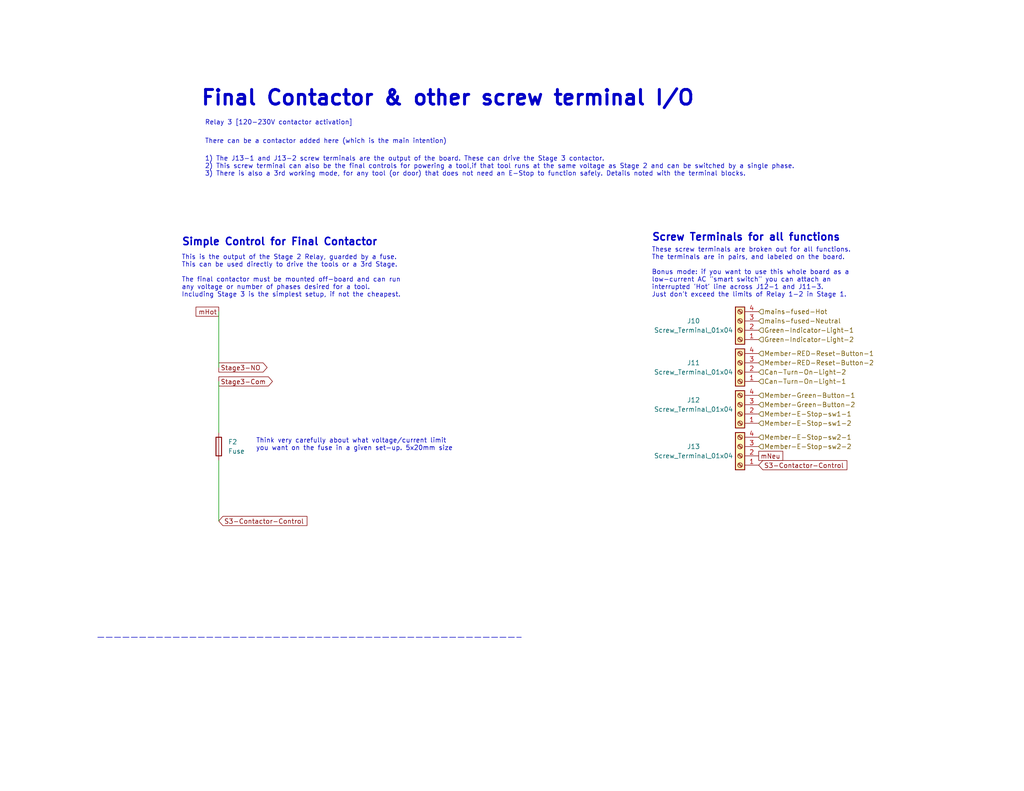
<source format=kicad_sch>
(kicad_sch (version 20211123) (generator eeschema)

  (uuid f107a0cf-a8d8-47fc-ac40-10f56ddf91ef)

  (paper "USLetter")

  (title_block
    (date "2022-07")
    (rev "v1")
    (company "MakeHaven - non-profit makerspace & Fab Lab in New Haven, CT, USA")
  )

  (lib_symbols
    (symbol "Connector:Screw_Terminal_01x04" (pin_names (offset 1.016) hide) (in_bom yes) (on_board yes)
      (property "Reference" "J" (id 0) (at 0 5.08 0)
        (effects (font (size 1.27 1.27)))
      )
      (property "Value" "Screw_Terminal_01x04" (id 1) (at 0 -7.62 0)
        (effects (font (size 1.27 1.27)))
      )
      (property "Footprint" "" (id 2) (at 0 0 0)
        (effects (font (size 1.27 1.27)) hide)
      )
      (property "Datasheet" "~" (id 3) (at 0 0 0)
        (effects (font (size 1.27 1.27)) hide)
      )
      (property "ki_keywords" "screw terminal" (id 4) (at 0 0 0)
        (effects (font (size 1.27 1.27)) hide)
      )
      (property "ki_description" "Generic screw terminal, single row, 01x04, script generated (kicad-library-utils/schlib/autogen/connector/)" (id 5) (at 0 0 0)
        (effects (font (size 1.27 1.27)) hide)
      )
      (property "ki_fp_filters" "TerminalBlock*:*" (id 6) (at 0 0 0)
        (effects (font (size 1.27 1.27)) hide)
      )
      (symbol "Screw_Terminal_01x04_1_1"
        (rectangle (start -1.27 3.81) (end 1.27 -6.35)
          (stroke (width 0.254) (type default) (color 0 0 0 0))
          (fill (type background))
        )
        (circle (center 0 -5.08) (radius 0.635)
          (stroke (width 0.1524) (type default) (color 0 0 0 0))
          (fill (type none))
        )
        (circle (center 0 -2.54) (radius 0.635)
          (stroke (width 0.1524) (type default) (color 0 0 0 0))
          (fill (type none))
        )
        (polyline
          (pts
            (xy -0.5334 -4.7498)
            (xy 0.3302 -5.588)
          )
          (stroke (width 0.1524) (type default) (color 0 0 0 0))
          (fill (type none))
        )
        (polyline
          (pts
            (xy -0.5334 -2.2098)
            (xy 0.3302 -3.048)
          )
          (stroke (width 0.1524) (type default) (color 0 0 0 0))
          (fill (type none))
        )
        (polyline
          (pts
            (xy -0.5334 0.3302)
            (xy 0.3302 -0.508)
          )
          (stroke (width 0.1524) (type default) (color 0 0 0 0))
          (fill (type none))
        )
        (polyline
          (pts
            (xy -0.5334 2.8702)
            (xy 0.3302 2.032)
          )
          (stroke (width 0.1524) (type default) (color 0 0 0 0))
          (fill (type none))
        )
        (polyline
          (pts
            (xy -0.3556 -4.572)
            (xy 0.508 -5.4102)
          )
          (stroke (width 0.1524) (type default) (color 0 0 0 0))
          (fill (type none))
        )
        (polyline
          (pts
            (xy -0.3556 -2.032)
            (xy 0.508 -2.8702)
          )
          (stroke (width 0.1524) (type default) (color 0 0 0 0))
          (fill (type none))
        )
        (polyline
          (pts
            (xy -0.3556 0.508)
            (xy 0.508 -0.3302)
          )
          (stroke (width 0.1524) (type default) (color 0 0 0 0))
          (fill (type none))
        )
        (polyline
          (pts
            (xy -0.3556 3.048)
            (xy 0.508 2.2098)
          )
          (stroke (width 0.1524) (type default) (color 0 0 0 0))
          (fill (type none))
        )
        (circle (center 0 0) (radius 0.635)
          (stroke (width 0.1524) (type default) (color 0 0 0 0))
          (fill (type none))
        )
        (circle (center 0 2.54) (radius 0.635)
          (stroke (width 0.1524) (type default) (color 0 0 0 0))
          (fill (type none))
        )
        (pin passive line (at -5.08 2.54 0) (length 3.81)
          (name "Pin_1" (effects (font (size 1.27 1.27))))
          (number "1" (effects (font (size 1.27 1.27))))
        )
        (pin passive line (at -5.08 0 0) (length 3.81)
          (name "Pin_2" (effects (font (size 1.27 1.27))))
          (number "2" (effects (font (size 1.27 1.27))))
        )
        (pin passive line (at -5.08 -2.54 0) (length 3.81)
          (name "Pin_3" (effects (font (size 1.27 1.27))))
          (number "3" (effects (font (size 1.27 1.27))))
        )
        (pin passive line (at -5.08 -5.08 0) (length 3.81)
          (name "Pin_4" (effects (font (size 1.27 1.27))))
          (number "4" (effects (font (size 1.27 1.27))))
        )
      )
    )
    (symbol "Device:Fuse" (pin_numbers hide) (pin_names (offset 0)) (in_bom yes) (on_board yes)
      (property "Reference" "F" (id 0) (at 2.032 0 90)
        (effects (font (size 1.27 1.27)))
      )
      (property "Value" "Fuse" (id 1) (at -1.905 0 90)
        (effects (font (size 1.27 1.27)))
      )
      (property "Footprint" "" (id 2) (at -1.778 0 90)
        (effects (font (size 1.27 1.27)) hide)
      )
      (property "Datasheet" "~" (id 3) (at 0 0 0)
        (effects (font (size 1.27 1.27)) hide)
      )
      (property "ki_keywords" "fuse" (id 4) (at 0 0 0)
        (effects (font (size 1.27 1.27)) hide)
      )
      (property "ki_description" "Fuse" (id 5) (at 0 0 0)
        (effects (font (size 1.27 1.27)) hide)
      )
      (property "ki_fp_filters" "*Fuse*" (id 6) (at 0 0 0)
        (effects (font (size 1.27 1.27)) hide)
      )
      (symbol "Fuse_0_1"
        (rectangle (start -0.762 -2.54) (end 0.762 2.54)
          (stroke (width 0.254) (type default) (color 0 0 0 0))
          (fill (type none))
        )
        (polyline
          (pts
            (xy 0 2.54)
            (xy 0 -2.54)
          )
          (stroke (width 0) (type default) (color 0 0 0 0))
          (fill (type none))
        )
      )
      (symbol "Fuse_1_1"
        (pin passive line (at 0 3.81 270) (length 1.27)
          (name "~" (effects (font (size 1.27 1.27))))
          (number "1" (effects (font (size 1.27 1.27))))
        )
        (pin passive line (at 0 -3.81 90) (length 1.27)
          (name "~" (effects (font (size 1.27 1.27))))
          (number "2" (effects (font (size 1.27 1.27))))
        )
      )
    )
  )


  (wire (pts (xy 59.69 104.14) (xy 59.69 118.11))
    (stroke (width 0) (type default) (color 0 0 0 0))
    (uuid 51b7e626-172c-4315-bee6-bf19d935f432)
  )
  (polyline (pts (xy 26.67 173.99) (xy 142.24 173.99))
    (stroke (width 0) (type default) (color 0 0 0 0))
    (uuid b4e99af7-2c77-426c-b169-7a448097800f)
  )

  (wire (pts (xy 59.69 125.73) (xy 59.69 142.24))
    (stroke (width 0) (type default) (color 0 0 0 0))
    (uuid e963b1b4-ea09-4acc-9ece-bb32f450db58)
  )
  (wire (pts (xy 59.69 85.09) (xy 59.69 100.33))
    (stroke (width 0) (type default) (color 0 0 0 0))
    (uuid fb6f8821-f186-4516-8577-190a090c53a8)
  )

  (text "Final Contactor & other screw terminal I/O" (at 54.61 29.21 0)
    (effects (font (size 4 4) (thickness 0.8) bold) (justify left bottom))
    (uuid 04ed772c-751e-4c0a-a350-3f1626e5dadd)
  )
  (text "Screw Terminals for all functions" (at 177.8 66.04 0)
    (effects (font (size 2 2) (thickness 0.4) bold) (justify left bottom))
    (uuid 0c8fed00-7381-4df6-9e38-03a0312fc45f)
  )
  (text "Relay 3 [120-230V contactor activation]" (at 55.88 34.29 0)
    (effects (font (size 1.27 1.27)) (justify left bottom))
    (uuid 23020ddd-913f-47c5-9f64-f56b0206542c)
  )
  (text "These screw terminals are broken out for all functions.\nThe terminals are in pairs, and labeled on the board. \n\nBonus mode: if you want to use this whole board as a \nlow-current AC \"smart switch\" you can attach an \ninterrupted 'Hot' line across J12-1 and J11-3. \nJust don't exceed the limits of Relay 1-2 in Stage 1."
    (at 177.8 81.28 0)
    (effects (font (size 1.27 1.27)) (justify left bottom))
    (uuid 74c408c6-a824-490a-8e9d-7b296c1e6b78)
  )
  (text "Simple Control for Final Contactor\n" (at 49.53 67.31 0)
    (effects (font (size 2 2) (thickness 0.4) bold) (justify left bottom))
    (uuid 9c327a2f-5a3a-4c24-8376-5361dc3116a5)
  )
  (text "1) The J13-1 and J13-2 screw terminals are the output of the board. These can drive the Stage 3 contactor.\n2) This screw terminal can also be the final controls for powering a tool,if that tool runs at the same voltage as Stage 2 and can be switched by a single phase.\n3) There is also a 3rd working mode, for any tool (or door) that does not need an E-Stop to function safely. Details noted with the terminal blocks. "
    (at 55.88 48.26 0)
    (effects (font (size 1.27 1.27)) (justify left bottom))
    (uuid 9c60b22b-1b89-467b-9767-d2acb0a22dac)
  )
  (text "Think very carefully about what voltage/current limit \nyou want on the fuse in a given set-up. 5x20mm size"
    (at 69.85 123.19 0)
    (effects (font (size 1.27 1.27)) (justify left bottom))
    (uuid a7a216e5-1a15-45cb-acee-0bb71516906b)
  )
  (text "This is the output of the Stage 2 Relay, guarded by a fuse.\nThis can be used directly to drive the tools or a 3rd Stage.\n\nThe final contactor must be mounted off-board and can run \nany voltage or number of phases desired for a tool. \nIncluding Stage 3 is the simplest setup, if not the cheapest. "
    (at 49.53 81.28 0)
    (effects (font (size 1.27 1.27)) (justify left bottom))
    (uuid b39bbfbb-e158-4a2d-ae66-0b1b52b2c118)
  )
  (text "There can be a contactor added here (which is the main intention)"
    (at 55.88 39.37 0)
    (effects (font (size 1.27 1.27)) (justify left bottom))
    (uuid de627f0c-18e4-4caf-9de4-d70d88ca6a49)
  )

  (global_label "Stage3-Com" (shape output) (at 59.69 104.14 0) (fields_autoplaced)
    (effects (font (size 1.27 1.27)) (justify left))
    (uuid 2aa3ff4f-84dc-49bc-a049-afdc67dd2b69)
    (property "Intersheet References" "${INTERSHEET_REFS}" (id 0) (at 74.3193 104.0606 0)
      (effects (font (size 1.27 1.27)) (justify left) hide)
    )
  )
  (global_label "mHot" (shape passive) (at 59.69 85.09 180) (fields_autoplaced)
    (effects (font (size 1.27 1.27)) (justify right))
    (uuid b37d147e-344e-493e-b4e0-8642c3163705)
    (property "Intersheet References" "${INTERSHEET_REFS}" (id 0) (at 52.3783 85.0106 0)
      (effects (font (size 1.27 1.27)) (justify right) hide)
    )
  )
  (global_label "mNeu" (shape passive) (at 207.01 124.46 0) (fields_autoplaced)
    (effects (font (size 1.27 1.27)) (justify left))
    (uuid ccd9795d-5559-445b-ac84-11da07ed15f0)
    (property "Intersheet References" "${INTERSHEET_REFS}" (id 0) (at 214.6845 124.5394 0)
      (effects (font (size 1.27 1.27)) (justify left) hide)
    )
  )
  (global_label "Stage3-NO" (shape output) (at 59.69 100.33 0) (fields_autoplaced)
    (effects (font (size 1.27 1.27)) (justify left))
    (uuid de831546-86ad-4d1b-bdae-ac9c5da36ddb)
    (property "Intersheet References" "${INTERSHEET_REFS}" (id 0) (at 72.8679 100.2506 0)
      (effects (font (size 1.27 1.27)) (justify left) hide)
    )
  )
  (global_label "S3-Contactor-Control" (shape input) (at 59.69 142.24 0) (fields_autoplaced)
    (effects (font (size 1.27 1.27)) (justify left))
    (uuid e8effd80-bf9c-4353-9ead-930253e2dbd0)
    (property "Intersheet References" "${INTERSHEET_REFS}" (id 0) (at 83.7536 142.1606 0)
      (effects (font (size 1.27 1.27)) (justify left) hide)
    )
  )
  (global_label "S3-Contactor-Control" (shape input) (at 207.01 127 0) (fields_autoplaced)
    (effects (font (size 1.27 1.27)) (justify left))
    (uuid fd8916b9-4fcb-435d-807e-ff37b4c61ac4)
    (property "Intersheet References" "${INTERSHEET_REFS}" (id 0) (at 231.0736 126.9206 0)
      (effects (font (size 1.27 1.27)) (justify left) hide)
    )
  )

  (hierarchical_label "Member-Green-Button-2" (shape input) (at 207.01 110.49 0)
    (effects (font (size 1.27 1.27)) (justify left))
    (uuid 333588b2-94b3-44d4-bd3c-36e940157f0d)
  )
  (hierarchical_label "Member-E-Stop-sw2-2" (shape input) (at 207.01 121.92 0)
    (effects (font (size 1.27 1.27)) (justify left))
    (uuid 488574db-9bfc-4ea4-a37d-3664af731d2d)
  )
  (hierarchical_label "Can-Turn-On-Light-1" (shape input) (at 207.01 104.14 0)
    (effects (font (size 1.27 1.27)) (justify left))
    (uuid 4a251d1b-fcc7-4791-a6f6-13e5cbf35a45)
  )
  (hierarchical_label "mains-fused-Neutral" (shape input) (at 207.01 87.63 0)
    (effects (font (size 1.27 1.27)) (justify left))
    (uuid 50df342c-8284-454b-b7c2-55086c23b00b)
  )
  (hierarchical_label "Member-RED-Reset-Button-1" (shape input) (at 207.01 96.52 0)
    (effects (font (size 1.27 1.27)) (justify left))
    (uuid 75a5d32f-eddc-4d5e-ae22-ba5a9bb99b41)
  )
  (hierarchical_label "mains-fused-Hot" (shape input) (at 207.01 85.09 0)
    (effects (font (size 1.27 1.27)) (justify left))
    (uuid 7f83b9db-0a64-4733-a823-e1dad2b64c19)
  )
  (hierarchical_label "Green-Indicator-Light-1" (shape input) (at 207.01 90.17 0)
    (effects (font (size 1.27 1.27)) (justify left))
    (uuid 8d27dd44-7864-49a0-84eb-67de09760f93)
  )
  (hierarchical_label "Green-Indicator-Light-2" (shape input) (at 207.01 92.71 0)
    (effects (font (size 1.27 1.27)) (justify left))
    (uuid ac92f015-8272-40b8-a640-90909e2ad601)
  )
  (hierarchical_label "Member-E-Stop-sw1-2" (shape input) (at 207.01 115.57 0)
    (effects (font (size 1.27 1.27)) (justify left))
    (uuid c876d14d-292d-4589-97a1-b6e2cf121ee4)
  )
  (hierarchical_label "Member-Green-Button-1" (shape input) (at 207.01 107.95 0)
    (effects (font (size 1.27 1.27)) (justify left))
    (uuid d2fd56a6-965c-49fd-be10-a6d17b368643)
  )
  (hierarchical_label "Member-RED-Reset-Button-2" (shape input) (at 207.01 99.06 0)
    (effects (font (size 1.27 1.27)) (justify left))
    (uuid d7a42be5-c453-4470-bc7e-ff03f3f71b5a)
  )
  (hierarchical_label "Member-E-Stop-sw2-1" (shape input) (at 207.01 119.38 0)
    (effects (font (size 1.27 1.27)) (justify left))
    (uuid e04cf843-f500-4574-afaa-dc23eef42d5f)
  )
  (hierarchical_label "Member-E-Stop-sw1-1" (shape input) (at 207.01 113.03 0)
    (effects (font (size 1.27 1.27)) (justify left))
    (uuid e73ef52a-785d-4ab8-b58d-3c021078cd5d)
  )
  (hierarchical_label "Can-Turn-On-Light-2" (shape input) (at 207.01 101.6 0)
    (effects (font (size 1.27 1.27)) (justify left))
    (uuid f6752a0b-f57c-42c7-89a6-95c19d3ad228)
  )

  (symbol (lib_id "Connector:Screw_Terminal_01x04") (at 201.93 101.6 180) (unit 1)
    (in_bom yes) (on_board yes)
    (uuid 24bf2790-e9d7-41a5-8cfa-7273b8bfae40)
    (property "Reference" "J11" (id 0) (at 189.23 99.06 0))
    (property "Value" "Screw_Terminal_01x04" (id 1) (at 189.23 101.6 0))
    (property "Footprint" "TerminalBlock:TerminalBlock_Altech_AK300-4_P5.00mm" (id 2) (at 201.93 101.6 0)
      (effects (font (size 1.27 1.27)) hide)
    )
    (property "Datasheet" "~" (id 3) (at 201.93 101.6 0)
      (effects (font (size 1.27 1.27)) hide)
    )
    (pin "1" (uuid 0aca2519-e1e0-48fb-bc52-94fb49eaa8b3))
    (pin "2" (uuid 7d8cc11a-9bc7-47c6-819b-2bdc485380cb))
    (pin "3" (uuid 0440a7d5-f75e-464a-8dc5-2f38ff7a8432))
    (pin "4" (uuid c01c0dbe-0bb0-4451-aa05-bec20c536689))
  )

  (symbol (lib_id "Device:Fuse") (at 59.69 121.92 180) (unit 1)
    (in_bom yes) (on_board yes) (fields_autoplaced)
    (uuid 32d8f6fc-dbba-4b53-9dfc-9422dfb92d39)
    (property "Reference" "F2" (id 0) (at 62.23 120.6499 0)
      (effects (font (size 1.27 1.27)) (justify right))
    )
    (property "Value" "Fuse" (id 1) (at 62.23 123.1899 0)
      (effects (font (size 1.27 1.27)) (justify right))
    )
    (property "Footprint" "Fuse:Fuseholder_Littelfuse_100_series_5x20mm" (id 2) (at 61.468 121.92 90)
      (effects (font (size 1.27 1.27)) hide)
    )
    (property "Datasheet" "~" (id 3) (at 59.69 121.92 0)
      (effects (font (size 1.27 1.27)) hide)
    )
    (pin "1" (uuid c054ca08-be64-491e-a3d8-94bc6b07c439))
    (pin "2" (uuid c85b5a05-eff8-4a7e-8345-b7cc39a710d8))
  )

  (symbol (lib_id "Connector:Screw_Terminal_01x04") (at 201.93 113.03 180) (unit 1)
    (in_bom yes) (on_board yes)
    (uuid 3d33f47b-a06e-4891-9399-ed5643becb86)
    (property "Reference" "J12" (id 0) (at 189.23 109.22 0))
    (property "Value" "Screw_Terminal_01x04" (id 1) (at 189.23 111.76 0))
    (property "Footprint" "TerminalBlock:TerminalBlock_Altech_AK300-4_P5.00mm" (id 2) (at 201.93 113.03 0)
      (effects (font (size 1.27 1.27)) hide)
    )
    (property "Datasheet" "~" (id 3) (at 201.93 113.03 0)
      (effects (font (size 1.27 1.27)) hide)
    )
    (pin "1" (uuid a659fe9f-edd1-4442-b04d-33b4c7ef34df))
    (pin "2" (uuid 0ef8286f-ec30-4a04-acca-e34c7ca643eb))
    (pin "3" (uuid 878b3067-4a19-46bd-8890-d7a10c1a3397))
    (pin "4" (uuid 7d84abcc-ec27-46ab-9ba5-673df7602214))
  )

  (symbol (lib_id "Connector:Screw_Terminal_01x04") (at 201.93 124.46 180) (unit 1)
    (in_bom yes) (on_board yes)
    (uuid 85d0f674-34d5-4284-a388-70407f1ffc81)
    (property "Reference" "J13" (id 0) (at 189.23 121.92 0))
    (property "Value" "Screw_Terminal_01x04" (id 1) (at 189.23 124.46 0))
    (property "Footprint" "TerminalBlock:TerminalBlock_Altech_AK300-4_P5.00mm" (id 2) (at 201.93 124.46 0)
      (effects (font (size 1.27 1.27)) hide)
    )
    (property "Datasheet" "~" (id 3) (at 201.93 124.46 0)
      (effects (font (size 1.27 1.27)) hide)
    )
    (pin "1" (uuid b11344f5-5438-49ff-8f9b-2bd76e300b13))
    (pin "2" (uuid a9bc69e0-fb1e-40a6-8e11-8c2d7d189e5e))
    (pin "3" (uuid e4e8dbd3-3a48-4338-930e-fc10ea84b9ec))
    (pin "4" (uuid 242f197e-627f-45ca-8cdb-337c4069da7b))
  )

  (symbol (lib_id "Connector:Screw_Terminal_01x04") (at 201.93 90.17 180) (unit 1)
    (in_bom yes) (on_board yes)
    (uuid b3c1d39c-40cb-4972-a400-c631d3b30063)
    (property "Reference" "J10" (id 0) (at 189.23 87.63 0))
    (property "Value" "Screw_Terminal_01x04" (id 1) (at 189.23 90.17 0))
    (property "Footprint" "TerminalBlock:TerminalBlock_Altech_AK300-4_P5.00mm" (id 2) (at 201.93 90.17 0)
      (effects (font (size 1.27 1.27)) hide)
    )
    (property "Datasheet" "~" (id 3) (at 201.93 90.17 0)
      (effects (font (size 1.27 1.27)) hide)
    )
    (pin "1" (uuid f7734640-93be-4cf9-9f82-ce41b05eafca))
    (pin "2" (uuid 3f0f5ae4-81d0-4c84-ad69-5be57016e2a1))
    (pin "3" (uuid 5ee55a55-5e4f-4847-b386-fb50d8cf3159))
    (pin "4" (uuid 79c1f085-5ea6-42e0-b844-ccc809f80bf5))
  )
)

</source>
